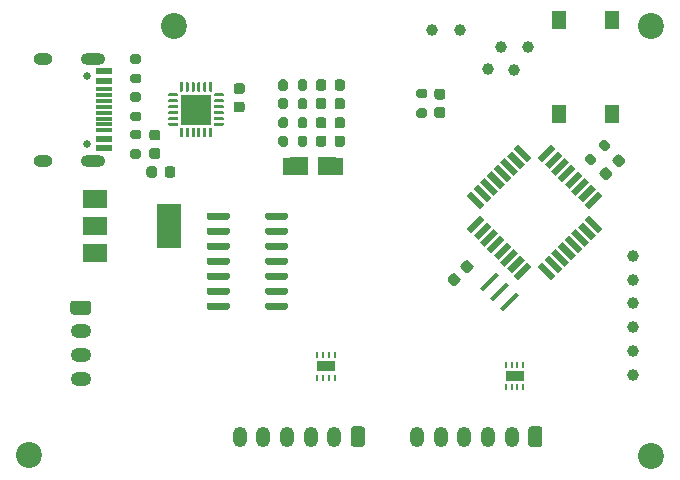
<source format=gbr>
%TF.GenerationSoftware,KiCad,Pcbnew,(5.1.10)-1*%
%TF.CreationDate,2021-10-28T16:28:33-07:00*%
%TF.ProjectId,AtlasPD,41746c61-7350-4442-9e6b-696361645f70,1.0*%
%TF.SameCoordinates,Original*%
%TF.FileFunction,Soldermask,Top*%
%TF.FilePolarity,Negative*%
%FSLAX46Y46*%
G04 Gerber Fmt 4.6, Leading zero omitted, Abs format (unit mm)*
G04 Created by KiCad (PCBNEW (5.1.10)-1) date 2021-10-28 16:28:33*
%MOMM*%
%LPD*%
G01*
G04 APERTURE LIST*
%ADD10C,2.200000*%
%ADD11C,1.000000*%
%ADD12O,1.750000X1.200000*%
%ADD13R,0.250000X0.500000*%
%ADD14R,1.600000X0.900000*%
%ADD15O,1.200000X1.750000*%
%ADD16R,1.300000X1.550000*%
%ADD17C,0.100000*%
%ADD18R,2.000000X1.500000*%
%ADD19R,2.000000X3.800000*%
%ADD20R,2.600000X2.600000*%
%ADD21R,1.500000X1.500000*%
%ADD22R,1.450000X0.600000*%
%ADD23R,1.450000X0.300000*%
%ADD24O,2.100000X1.000000*%
%ADD25C,0.650000*%
%ADD26O,1.600000X1.000000*%
G04 APERTURE END LIST*
D10*
%TO.C,REF\u002A\u002A*%
X216306400Y-29641800D03*
%TD*%
%TO.C,REF\u002A\u002A*%
X204038200Y-65938400D03*
%TD*%
%TO.C,REF\u002A\u002A*%
X256667000Y-65989200D03*
%TD*%
%TO.C,REF\u002A\u002A*%
X256667000Y-29641800D03*
%TD*%
D11*
%TO.C,TP212*%
X255168400Y-49098200D03*
%TD*%
%TO.C,TP211*%
X255193800Y-57150000D03*
%TD*%
%TO.C,TP210*%
X255168400Y-55143400D03*
%TD*%
%TO.C,TP209*%
X255168400Y-51104800D03*
%TD*%
%TO.C,TP208*%
X255168400Y-53111400D03*
%TD*%
%TO.C,TP207*%
X255168400Y-59207400D03*
%TD*%
%TO.C,TP206*%
X246253000Y-31394400D03*
%TD*%
%TO.C,TP205*%
X245110000Y-33324800D03*
%TD*%
%TO.C,TP204*%
X244017800Y-31419800D03*
%TD*%
%TO.C,TP203*%
X242925600Y-33274000D03*
%TD*%
%TO.C,TP202*%
X240538000Y-29946600D03*
%TD*%
%TO.C,TP201*%
X238150400Y-29946600D03*
%TD*%
%TO.C,C205*%
G36*
G01*
X238560800Y-36494600D02*
X239060800Y-36494600D01*
G75*
G02*
X239285800Y-36719600I0J-225000D01*
G01*
X239285800Y-37169600D01*
G75*
G02*
X239060800Y-37394600I-225000J0D01*
G01*
X238560800Y-37394600D01*
G75*
G02*
X238335800Y-37169600I0J225000D01*
G01*
X238335800Y-36719600D01*
G75*
G02*
X238560800Y-36494600I225000J0D01*
G01*
G37*
G36*
G01*
X238560800Y-34944600D02*
X239060800Y-34944600D01*
G75*
G02*
X239285800Y-35169600I0J-225000D01*
G01*
X239285800Y-35619600D01*
G75*
G02*
X239060800Y-35844600I-225000J0D01*
G01*
X238560800Y-35844600D01*
G75*
G02*
X238335800Y-35619600I0J225000D01*
G01*
X238335800Y-35169600D01*
G75*
G02*
X238560800Y-34944600I225000J0D01*
G01*
G37*
%TD*%
D12*
%TO.C,J202*%
X208407000Y-59467000D03*
X208407000Y-57467000D03*
X208407000Y-55467000D03*
G36*
G01*
X207781999Y-52867000D02*
X209032001Y-52867000D01*
G75*
G02*
X209282000Y-53116999I0J-249999D01*
G01*
X209282000Y-53817001D01*
G75*
G02*
X209032001Y-54067000I-249999J0D01*
G01*
X207781999Y-54067000D01*
G75*
G02*
X207532000Y-53817001I0J249999D01*
G01*
X207532000Y-53116999D01*
G75*
G02*
X207781999Y-52867000I249999J0D01*
G01*
G37*
%TD*%
%TO.C,C403*%
G36*
G01*
X214863800Y-41736200D02*
X214863800Y-42236200D01*
G75*
G02*
X214638800Y-42461200I-225000J0D01*
G01*
X214188800Y-42461200D01*
G75*
G02*
X213963800Y-42236200I0J225000D01*
G01*
X213963800Y-41736200D01*
G75*
G02*
X214188800Y-41511200I225000J0D01*
G01*
X214638800Y-41511200D01*
G75*
G02*
X214863800Y-41736200I0J-225000D01*
G01*
G37*
G36*
G01*
X216413800Y-41736200D02*
X216413800Y-42236200D01*
G75*
G02*
X216188800Y-42461200I-225000J0D01*
G01*
X215738800Y-42461200D01*
G75*
G02*
X215513800Y-42236200I0J225000D01*
G01*
X215513800Y-41736200D01*
G75*
G02*
X215738800Y-41511200I225000J0D01*
G01*
X216188800Y-41511200D01*
G75*
G02*
X216413800Y-41736200I0J-225000D01*
G01*
G37*
%TD*%
D13*
%TO.C,U302*%
X245379000Y-58320900D03*
X245879000Y-58320900D03*
X245879000Y-60220900D03*
X244879000Y-60220900D03*
X244379000Y-60220900D03*
D14*
X245129000Y-59270900D03*
D13*
X244379000Y-58320900D03*
X244879000Y-58320900D03*
X245379000Y-60220900D03*
%TD*%
%TO.C,U303*%
X229389800Y-57495400D03*
X229889800Y-57495400D03*
X229889800Y-59395400D03*
X228889800Y-59395400D03*
X228389800Y-59395400D03*
D14*
X229139800Y-58445400D03*
D13*
X228389800Y-57495400D03*
X228889800Y-57495400D03*
X229389800Y-59395400D03*
%TD*%
%TO.C,U301*%
G36*
G01*
X221004000Y-53190000D02*
X221004000Y-53490000D01*
G75*
G02*
X220854000Y-53640000I-150000J0D01*
G01*
X219204000Y-53640000D01*
G75*
G02*
X219054000Y-53490000I0J150000D01*
G01*
X219054000Y-53190000D01*
G75*
G02*
X219204000Y-53040000I150000J0D01*
G01*
X220854000Y-53040000D01*
G75*
G02*
X221004000Y-53190000I0J-150000D01*
G01*
G37*
G36*
G01*
X221004000Y-51920000D02*
X221004000Y-52220000D01*
G75*
G02*
X220854000Y-52370000I-150000J0D01*
G01*
X219204000Y-52370000D01*
G75*
G02*
X219054000Y-52220000I0J150000D01*
G01*
X219054000Y-51920000D01*
G75*
G02*
X219204000Y-51770000I150000J0D01*
G01*
X220854000Y-51770000D01*
G75*
G02*
X221004000Y-51920000I0J-150000D01*
G01*
G37*
G36*
G01*
X221004000Y-50650000D02*
X221004000Y-50950000D01*
G75*
G02*
X220854000Y-51100000I-150000J0D01*
G01*
X219204000Y-51100000D01*
G75*
G02*
X219054000Y-50950000I0J150000D01*
G01*
X219054000Y-50650000D01*
G75*
G02*
X219204000Y-50500000I150000J0D01*
G01*
X220854000Y-50500000D01*
G75*
G02*
X221004000Y-50650000I0J-150000D01*
G01*
G37*
G36*
G01*
X221004000Y-49380000D02*
X221004000Y-49680000D01*
G75*
G02*
X220854000Y-49830000I-150000J0D01*
G01*
X219204000Y-49830000D01*
G75*
G02*
X219054000Y-49680000I0J150000D01*
G01*
X219054000Y-49380000D01*
G75*
G02*
X219204000Y-49230000I150000J0D01*
G01*
X220854000Y-49230000D01*
G75*
G02*
X221004000Y-49380000I0J-150000D01*
G01*
G37*
G36*
G01*
X221004000Y-48110000D02*
X221004000Y-48410000D01*
G75*
G02*
X220854000Y-48560000I-150000J0D01*
G01*
X219204000Y-48560000D01*
G75*
G02*
X219054000Y-48410000I0J150000D01*
G01*
X219054000Y-48110000D01*
G75*
G02*
X219204000Y-47960000I150000J0D01*
G01*
X220854000Y-47960000D01*
G75*
G02*
X221004000Y-48110000I0J-150000D01*
G01*
G37*
G36*
G01*
X221004000Y-46840000D02*
X221004000Y-47140000D01*
G75*
G02*
X220854000Y-47290000I-150000J0D01*
G01*
X219204000Y-47290000D01*
G75*
G02*
X219054000Y-47140000I0J150000D01*
G01*
X219054000Y-46840000D01*
G75*
G02*
X219204000Y-46690000I150000J0D01*
G01*
X220854000Y-46690000D01*
G75*
G02*
X221004000Y-46840000I0J-150000D01*
G01*
G37*
G36*
G01*
X221004000Y-45570000D02*
X221004000Y-45870000D01*
G75*
G02*
X220854000Y-46020000I-150000J0D01*
G01*
X219204000Y-46020000D01*
G75*
G02*
X219054000Y-45870000I0J150000D01*
G01*
X219054000Y-45570000D01*
G75*
G02*
X219204000Y-45420000I150000J0D01*
G01*
X220854000Y-45420000D01*
G75*
G02*
X221004000Y-45570000I0J-150000D01*
G01*
G37*
G36*
G01*
X225954000Y-45570000D02*
X225954000Y-45870000D01*
G75*
G02*
X225804000Y-46020000I-150000J0D01*
G01*
X224154000Y-46020000D01*
G75*
G02*
X224004000Y-45870000I0J150000D01*
G01*
X224004000Y-45570000D01*
G75*
G02*
X224154000Y-45420000I150000J0D01*
G01*
X225804000Y-45420000D01*
G75*
G02*
X225954000Y-45570000I0J-150000D01*
G01*
G37*
G36*
G01*
X225954000Y-46840000D02*
X225954000Y-47140000D01*
G75*
G02*
X225804000Y-47290000I-150000J0D01*
G01*
X224154000Y-47290000D01*
G75*
G02*
X224004000Y-47140000I0J150000D01*
G01*
X224004000Y-46840000D01*
G75*
G02*
X224154000Y-46690000I150000J0D01*
G01*
X225804000Y-46690000D01*
G75*
G02*
X225954000Y-46840000I0J-150000D01*
G01*
G37*
G36*
G01*
X225954000Y-48110000D02*
X225954000Y-48410000D01*
G75*
G02*
X225804000Y-48560000I-150000J0D01*
G01*
X224154000Y-48560000D01*
G75*
G02*
X224004000Y-48410000I0J150000D01*
G01*
X224004000Y-48110000D01*
G75*
G02*
X224154000Y-47960000I150000J0D01*
G01*
X225804000Y-47960000D01*
G75*
G02*
X225954000Y-48110000I0J-150000D01*
G01*
G37*
G36*
G01*
X225954000Y-49380000D02*
X225954000Y-49680000D01*
G75*
G02*
X225804000Y-49830000I-150000J0D01*
G01*
X224154000Y-49830000D01*
G75*
G02*
X224004000Y-49680000I0J150000D01*
G01*
X224004000Y-49380000D01*
G75*
G02*
X224154000Y-49230000I150000J0D01*
G01*
X225804000Y-49230000D01*
G75*
G02*
X225954000Y-49380000I0J-150000D01*
G01*
G37*
G36*
G01*
X225954000Y-50650000D02*
X225954000Y-50950000D01*
G75*
G02*
X225804000Y-51100000I-150000J0D01*
G01*
X224154000Y-51100000D01*
G75*
G02*
X224004000Y-50950000I0J150000D01*
G01*
X224004000Y-50650000D01*
G75*
G02*
X224154000Y-50500000I150000J0D01*
G01*
X225804000Y-50500000D01*
G75*
G02*
X225954000Y-50650000I0J-150000D01*
G01*
G37*
G36*
G01*
X225954000Y-51920000D02*
X225954000Y-52220000D01*
G75*
G02*
X225804000Y-52370000I-150000J0D01*
G01*
X224154000Y-52370000D01*
G75*
G02*
X224004000Y-52220000I0J150000D01*
G01*
X224004000Y-51920000D01*
G75*
G02*
X224154000Y-51770000I150000J0D01*
G01*
X225804000Y-51770000D01*
G75*
G02*
X225954000Y-51920000I0J-150000D01*
G01*
G37*
G36*
G01*
X225954000Y-53190000D02*
X225954000Y-53490000D01*
G75*
G02*
X225804000Y-53640000I-150000J0D01*
G01*
X224154000Y-53640000D01*
G75*
G02*
X224004000Y-53490000I0J150000D01*
G01*
X224004000Y-53190000D01*
G75*
G02*
X224154000Y-53040000I150000J0D01*
G01*
X225804000Y-53040000D01*
G75*
G02*
X225954000Y-53190000I0J-150000D01*
G01*
G37*
%TD*%
D15*
%TO.C,J302*%
X221870000Y-64389000D03*
X223870000Y-64389000D03*
X225870000Y-64389000D03*
X227870000Y-64389000D03*
X229870000Y-64389000D03*
G36*
G01*
X232470000Y-63763999D02*
X232470000Y-65014001D01*
G75*
G02*
X232220001Y-65264000I-249999J0D01*
G01*
X231519999Y-65264000D01*
G75*
G02*
X231270000Y-65014001I0J249999D01*
G01*
X231270000Y-63763999D01*
G75*
G02*
X231519999Y-63514000I249999J0D01*
G01*
X232220001Y-63514000D01*
G75*
G02*
X232470000Y-63763999I0J-249999D01*
G01*
G37*
%TD*%
%TO.C,J301*%
X236887000Y-64389000D03*
X238887000Y-64389000D03*
X240887000Y-64389000D03*
X242887000Y-64389000D03*
X244887000Y-64389000D03*
G36*
G01*
X247487000Y-63763999D02*
X247487000Y-65014001D01*
G75*
G02*
X247237001Y-65264000I-249999J0D01*
G01*
X246536999Y-65264000D01*
G75*
G02*
X246287000Y-65014001I0J249999D01*
G01*
X246287000Y-63763999D01*
G75*
G02*
X246536999Y-63514000I249999J0D01*
G01*
X247237001Y-63514000D01*
G75*
G02*
X247487000Y-63763999I0J-249999D01*
G01*
G37*
%TD*%
%TO.C,D204*%
G36*
G01*
X229889800Y-36451250D02*
X229889800Y-35938750D01*
G75*
G02*
X230108550Y-35720000I218750J0D01*
G01*
X230546050Y-35720000D01*
G75*
G02*
X230764800Y-35938750I0J-218750D01*
G01*
X230764800Y-36451250D01*
G75*
G02*
X230546050Y-36670000I-218750J0D01*
G01*
X230108550Y-36670000D01*
G75*
G02*
X229889800Y-36451250I0J218750D01*
G01*
G37*
G36*
G01*
X228314800Y-36451250D02*
X228314800Y-35938750D01*
G75*
G02*
X228533550Y-35720000I218750J0D01*
G01*
X228971050Y-35720000D01*
G75*
G02*
X229189800Y-35938750I0J-218750D01*
G01*
X229189800Y-36451250D01*
G75*
G02*
X228971050Y-36670000I-218750J0D01*
G01*
X228533550Y-36670000D01*
G75*
G02*
X228314800Y-36451250I0J218750D01*
G01*
G37*
%TD*%
%TO.C,D201*%
G36*
G01*
X229889800Y-34876450D02*
X229889800Y-34363950D01*
G75*
G02*
X230108550Y-34145200I218750J0D01*
G01*
X230546050Y-34145200D01*
G75*
G02*
X230764800Y-34363950I0J-218750D01*
G01*
X230764800Y-34876450D01*
G75*
G02*
X230546050Y-35095200I-218750J0D01*
G01*
X230108550Y-35095200D01*
G75*
G02*
X229889800Y-34876450I0J218750D01*
G01*
G37*
G36*
G01*
X228314800Y-34876450D02*
X228314800Y-34363950D01*
G75*
G02*
X228533550Y-34145200I218750J0D01*
G01*
X228971050Y-34145200D01*
G75*
G02*
X229189800Y-34363950I0J-218750D01*
G01*
X229189800Y-34876450D01*
G75*
G02*
X228971050Y-35095200I-218750J0D01*
G01*
X228533550Y-35095200D01*
G75*
G02*
X228314800Y-34876450I0J218750D01*
G01*
G37*
%TD*%
%TO.C,D203*%
G36*
G01*
X229889800Y-38076850D02*
X229889800Y-37564350D01*
G75*
G02*
X230108550Y-37345600I218750J0D01*
G01*
X230546050Y-37345600D01*
G75*
G02*
X230764800Y-37564350I0J-218750D01*
G01*
X230764800Y-38076850D01*
G75*
G02*
X230546050Y-38295600I-218750J0D01*
G01*
X230108550Y-38295600D01*
G75*
G02*
X229889800Y-38076850I0J218750D01*
G01*
G37*
G36*
G01*
X228314800Y-38076850D02*
X228314800Y-37564350D01*
G75*
G02*
X228533550Y-37345600I218750J0D01*
G01*
X228971050Y-37345600D01*
G75*
G02*
X229189800Y-37564350I0J-218750D01*
G01*
X229189800Y-38076850D01*
G75*
G02*
X228971050Y-38295600I-218750J0D01*
G01*
X228533550Y-38295600D01*
G75*
G02*
X228314800Y-38076850I0J218750D01*
G01*
G37*
%TD*%
%TO.C,D202*%
G36*
G01*
X229889800Y-39626250D02*
X229889800Y-39113750D01*
G75*
G02*
X230108550Y-38895000I218750J0D01*
G01*
X230546050Y-38895000D01*
G75*
G02*
X230764800Y-39113750I0J-218750D01*
G01*
X230764800Y-39626250D01*
G75*
G02*
X230546050Y-39845000I-218750J0D01*
G01*
X230108550Y-39845000D01*
G75*
G02*
X229889800Y-39626250I0J218750D01*
G01*
G37*
G36*
G01*
X228314800Y-39626250D02*
X228314800Y-39113750D01*
G75*
G02*
X228533550Y-38895000I218750J0D01*
G01*
X228971050Y-38895000D01*
G75*
G02*
X229189800Y-39113750I0J-218750D01*
G01*
X229189800Y-39626250D01*
G75*
G02*
X228971050Y-39845000I-218750J0D01*
G01*
X228533550Y-39845000D01*
G75*
G02*
X228314800Y-39626250I0J218750D01*
G01*
G37*
%TD*%
%TO.C,R201*%
G36*
G01*
X213330200Y-36024000D02*
X212780200Y-36024000D01*
G75*
G02*
X212580200Y-35824000I0J200000D01*
G01*
X212580200Y-35424000D01*
G75*
G02*
X212780200Y-35224000I200000J0D01*
G01*
X213330200Y-35224000D01*
G75*
G02*
X213530200Y-35424000I0J-200000D01*
G01*
X213530200Y-35824000D01*
G75*
G02*
X213330200Y-36024000I-200000J0D01*
G01*
G37*
G36*
G01*
X213330200Y-37674000D02*
X212780200Y-37674000D01*
G75*
G02*
X212580200Y-37474000I0J200000D01*
G01*
X212580200Y-37074000D01*
G75*
G02*
X212780200Y-36874000I200000J0D01*
G01*
X213330200Y-36874000D01*
G75*
G02*
X213530200Y-37074000I0J-200000D01*
G01*
X213530200Y-37474000D01*
G75*
G02*
X213330200Y-37674000I-200000J0D01*
G01*
G37*
%TD*%
D16*
%TO.C,SW201*%
X248879800Y-37071200D03*
X253379800Y-37071200D03*
X253379800Y-29121200D03*
X248879800Y-29121200D03*
%TD*%
D17*
%TO.C,Y201*%
G36*
X243814973Y-50726870D02*
G01*
X242471470Y-52070373D01*
X242188627Y-51787530D01*
X243532130Y-50444027D01*
X243814973Y-50726870D01*
G37*
G36*
X244663502Y-51575398D02*
G01*
X243319999Y-52918901D01*
X243037156Y-52636058D01*
X244380659Y-51292555D01*
X244663502Y-51575398D01*
G37*
G36*
X245512030Y-52423927D02*
G01*
X244168527Y-53767430D01*
X243885684Y-53484587D01*
X245229187Y-52141084D01*
X245512030Y-52423927D01*
G37*
%TD*%
D18*
%TO.C,U401*%
X209600400Y-44258200D03*
X209600400Y-48858200D03*
X209600400Y-46558200D03*
D19*
X215900400Y-46558200D03*
%TD*%
D20*
%TO.C,U201*%
X218160600Y-36703000D03*
G36*
G01*
X216785600Y-35115500D02*
X216785600Y-34415500D01*
G75*
G02*
X216848100Y-34353000I62500J0D01*
G01*
X216973100Y-34353000D01*
G75*
G02*
X217035600Y-34415500I0J-62500D01*
G01*
X217035600Y-35115500D01*
G75*
G02*
X216973100Y-35178000I-62500J0D01*
G01*
X216848100Y-35178000D01*
G75*
G02*
X216785600Y-35115500I0J62500D01*
G01*
G37*
G36*
G01*
X217285600Y-35115500D02*
X217285600Y-34415500D01*
G75*
G02*
X217348100Y-34353000I62500J0D01*
G01*
X217473100Y-34353000D01*
G75*
G02*
X217535600Y-34415500I0J-62500D01*
G01*
X217535600Y-35115500D01*
G75*
G02*
X217473100Y-35178000I-62500J0D01*
G01*
X217348100Y-35178000D01*
G75*
G02*
X217285600Y-35115500I0J62500D01*
G01*
G37*
G36*
G01*
X217785600Y-35115500D02*
X217785600Y-34415500D01*
G75*
G02*
X217848100Y-34353000I62500J0D01*
G01*
X217973100Y-34353000D01*
G75*
G02*
X218035600Y-34415500I0J-62500D01*
G01*
X218035600Y-35115500D01*
G75*
G02*
X217973100Y-35178000I-62500J0D01*
G01*
X217848100Y-35178000D01*
G75*
G02*
X217785600Y-35115500I0J62500D01*
G01*
G37*
G36*
G01*
X218285600Y-35115500D02*
X218285600Y-34415500D01*
G75*
G02*
X218348100Y-34353000I62500J0D01*
G01*
X218473100Y-34353000D01*
G75*
G02*
X218535600Y-34415500I0J-62500D01*
G01*
X218535600Y-35115500D01*
G75*
G02*
X218473100Y-35178000I-62500J0D01*
G01*
X218348100Y-35178000D01*
G75*
G02*
X218285600Y-35115500I0J62500D01*
G01*
G37*
G36*
G01*
X218785600Y-35115500D02*
X218785600Y-34415500D01*
G75*
G02*
X218848100Y-34353000I62500J0D01*
G01*
X218973100Y-34353000D01*
G75*
G02*
X219035600Y-34415500I0J-62500D01*
G01*
X219035600Y-35115500D01*
G75*
G02*
X218973100Y-35178000I-62500J0D01*
G01*
X218848100Y-35178000D01*
G75*
G02*
X218785600Y-35115500I0J62500D01*
G01*
G37*
G36*
G01*
X219285600Y-35115500D02*
X219285600Y-34415500D01*
G75*
G02*
X219348100Y-34353000I62500J0D01*
G01*
X219473100Y-34353000D01*
G75*
G02*
X219535600Y-34415500I0J-62500D01*
G01*
X219535600Y-35115500D01*
G75*
G02*
X219473100Y-35178000I-62500J0D01*
G01*
X219348100Y-35178000D01*
G75*
G02*
X219285600Y-35115500I0J62500D01*
G01*
G37*
G36*
G01*
X219685600Y-35515500D02*
X219685600Y-35390500D01*
G75*
G02*
X219748100Y-35328000I62500J0D01*
G01*
X220448100Y-35328000D01*
G75*
G02*
X220510600Y-35390500I0J-62500D01*
G01*
X220510600Y-35515500D01*
G75*
G02*
X220448100Y-35578000I-62500J0D01*
G01*
X219748100Y-35578000D01*
G75*
G02*
X219685600Y-35515500I0J62500D01*
G01*
G37*
G36*
G01*
X219685600Y-36015500D02*
X219685600Y-35890500D01*
G75*
G02*
X219748100Y-35828000I62500J0D01*
G01*
X220448100Y-35828000D01*
G75*
G02*
X220510600Y-35890500I0J-62500D01*
G01*
X220510600Y-36015500D01*
G75*
G02*
X220448100Y-36078000I-62500J0D01*
G01*
X219748100Y-36078000D01*
G75*
G02*
X219685600Y-36015500I0J62500D01*
G01*
G37*
G36*
G01*
X219685600Y-36515500D02*
X219685600Y-36390500D01*
G75*
G02*
X219748100Y-36328000I62500J0D01*
G01*
X220448100Y-36328000D01*
G75*
G02*
X220510600Y-36390500I0J-62500D01*
G01*
X220510600Y-36515500D01*
G75*
G02*
X220448100Y-36578000I-62500J0D01*
G01*
X219748100Y-36578000D01*
G75*
G02*
X219685600Y-36515500I0J62500D01*
G01*
G37*
G36*
G01*
X219685600Y-37015500D02*
X219685600Y-36890500D01*
G75*
G02*
X219748100Y-36828000I62500J0D01*
G01*
X220448100Y-36828000D01*
G75*
G02*
X220510600Y-36890500I0J-62500D01*
G01*
X220510600Y-37015500D01*
G75*
G02*
X220448100Y-37078000I-62500J0D01*
G01*
X219748100Y-37078000D01*
G75*
G02*
X219685600Y-37015500I0J62500D01*
G01*
G37*
G36*
G01*
X219685600Y-37515500D02*
X219685600Y-37390500D01*
G75*
G02*
X219748100Y-37328000I62500J0D01*
G01*
X220448100Y-37328000D01*
G75*
G02*
X220510600Y-37390500I0J-62500D01*
G01*
X220510600Y-37515500D01*
G75*
G02*
X220448100Y-37578000I-62500J0D01*
G01*
X219748100Y-37578000D01*
G75*
G02*
X219685600Y-37515500I0J62500D01*
G01*
G37*
G36*
G01*
X219685600Y-38015500D02*
X219685600Y-37890500D01*
G75*
G02*
X219748100Y-37828000I62500J0D01*
G01*
X220448100Y-37828000D01*
G75*
G02*
X220510600Y-37890500I0J-62500D01*
G01*
X220510600Y-38015500D01*
G75*
G02*
X220448100Y-38078000I-62500J0D01*
G01*
X219748100Y-38078000D01*
G75*
G02*
X219685600Y-38015500I0J62500D01*
G01*
G37*
G36*
G01*
X219285600Y-38990500D02*
X219285600Y-38290500D01*
G75*
G02*
X219348100Y-38228000I62500J0D01*
G01*
X219473100Y-38228000D01*
G75*
G02*
X219535600Y-38290500I0J-62500D01*
G01*
X219535600Y-38990500D01*
G75*
G02*
X219473100Y-39053000I-62500J0D01*
G01*
X219348100Y-39053000D01*
G75*
G02*
X219285600Y-38990500I0J62500D01*
G01*
G37*
G36*
G01*
X218785600Y-38990500D02*
X218785600Y-38290500D01*
G75*
G02*
X218848100Y-38228000I62500J0D01*
G01*
X218973100Y-38228000D01*
G75*
G02*
X219035600Y-38290500I0J-62500D01*
G01*
X219035600Y-38990500D01*
G75*
G02*
X218973100Y-39053000I-62500J0D01*
G01*
X218848100Y-39053000D01*
G75*
G02*
X218785600Y-38990500I0J62500D01*
G01*
G37*
G36*
G01*
X218285600Y-38990500D02*
X218285600Y-38290500D01*
G75*
G02*
X218348100Y-38228000I62500J0D01*
G01*
X218473100Y-38228000D01*
G75*
G02*
X218535600Y-38290500I0J-62500D01*
G01*
X218535600Y-38990500D01*
G75*
G02*
X218473100Y-39053000I-62500J0D01*
G01*
X218348100Y-39053000D01*
G75*
G02*
X218285600Y-38990500I0J62500D01*
G01*
G37*
G36*
G01*
X217785600Y-38990500D02*
X217785600Y-38290500D01*
G75*
G02*
X217848100Y-38228000I62500J0D01*
G01*
X217973100Y-38228000D01*
G75*
G02*
X218035600Y-38290500I0J-62500D01*
G01*
X218035600Y-38990500D01*
G75*
G02*
X217973100Y-39053000I-62500J0D01*
G01*
X217848100Y-39053000D01*
G75*
G02*
X217785600Y-38990500I0J62500D01*
G01*
G37*
G36*
G01*
X217285600Y-38990500D02*
X217285600Y-38290500D01*
G75*
G02*
X217348100Y-38228000I62500J0D01*
G01*
X217473100Y-38228000D01*
G75*
G02*
X217535600Y-38290500I0J-62500D01*
G01*
X217535600Y-38990500D01*
G75*
G02*
X217473100Y-39053000I-62500J0D01*
G01*
X217348100Y-39053000D01*
G75*
G02*
X217285600Y-38990500I0J62500D01*
G01*
G37*
G36*
G01*
X216785600Y-38990500D02*
X216785600Y-38290500D01*
G75*
G02*
X216848100Y-38228000I62500J0D01*
G01*
X216973100Y-38228000D01*
G75*
G02*
X217035600Y-38290500I0J-62500D01*
G01*
X217035600Y-38990500D01*
G75*
G02*
X216973100Y-39053000I-62500J0D01*
G01*
X216848100Y-39053000D01*
G75*
G02*
X216785600Y-38990500I0J62500D01*
G01*
G37*
G36*
G01*
X215810600Y-38015500D02*
X215810600Y-37890500D01*
G75*
G02*
X215873100Y-37828000I62500J0D01*
G01*
X216573100Y-37828000D01*
G75*
G02*
X216635600Y-37890500I0J-62500D01*
G01*
X216635600Y-38015500D01*
G75*
G02*
X216573100Y-38078000I-62500J0D01*
G01*
X215873100Y-38078000D01*
G75*
G02*
X215810600Y-38015500I0J62500D01*
G01*
G37*
G36*
G01*
X215810600Y-37515500D02*
X215810600Y-37390500D01*
G75*
G02*
X215873100Y-37328000I62500J0D01*
G01*
X216573100Y-37328000D01*
G75*
G02*
X216635600Y-37390500I0J-62500D01*
G01*
X216635600Y-37515500D01*
G75*
G02*
X216573100Y-37578000I-62500J0D01*
G01*
X215873100Y-37578000D01*
G75*
G02*
X215810600Y-37515500I0J62500D01*
G01*
G37*
G36*
G01*
X215810600Y-37015500D02*
X215810600Y-36890500D01*
G75*
G02*
X215873100Y-36828000I62500J0D01*
G01*
X216573100Y-36828000D01*
G75*
G02*
X216635600Y-36890500I0J-62500D01*
G01*
X216635600Y-37015500D01*
G75*
G02*
X216573100Y-37078000I-62500J0D01*
G01*
X215873100Y-37078000D01*
G75*
G02*
X215810600Y-37015500I0J62500D01*
G01*
G37*
G36*
G01*
X215810600Y-36515500D02*
X215810600Y-36390500D01*
G75*
G02*
X215873100Y-36328000I62500J0D01*
G01*
X216573100Y-36328000D01*
G75*
G02*
X216635600Y-36390500I0J-62500D01*
G01*
X216635600Y-36515500D01*
G75*
G02*
X216573100Y-36578000I-62500J0D01*
G01*
X215873100Y-36578000D01*
G75*
G02*
X215810600Y-36515500I0J62500D01*
G01*
G37*
G36*
G01*
X215810600Y-36015500D02*
X215810600Y-35890500D01*
G75*
G02*
X215873100Y-35828000I62500J0D01*
G01*
X216573100Y-35828000D01*
G75*
G02*
X216635600Y-35890500I0J-62500D01*
G01*
X216635600Y-36015500D01*
G75*
G02*
X216573100Y-36078000I-62500J0D01*
G01*
X215873100Y-36078000D01*
G75*
G02*
X215810600Y-36015500I0J62500D01*
G01*
G37*
G36*
G01*
X215810600Y-35515500D02*
X215810600Y-35390500D01*
G75*
G02*
X215873100Y-35328000I62500J0D01*
G01*
X216573100Y-35328000D01*
G75*
G02*
X216635600Y-35390500I0J-62500D01*
G01*
X216635600Y-35515500D01*
G75*
G02*
X216573100Y-35578000I-62500J0D01*
G01*
X215873100Y-35578000D01*
G75*
G02*
X215810600Y-35515500I0J62500D01*
G01*
G37*
%TD*%
D17*
%TO.C,U202*%
G36*
X242612237Y-44735726D02*
G01*
X242223328Y-45124635D01*
X241091957Y-43993264D01*
X241480866Y-43604355D01*
X242612237Y-44735726D01*
G37*
G36*
X243177923Y-44170041D02*
G01*
X242789014Y-44558950D01*
X241657643Y-43427579D01*
X242046552Y-43038670D01*
X243177923Y-44170041D01*
G37*
G36*
X243743608Y-43604355D02*
G01*
X243354699Y-43993264D01*
X242223328Y-42861893D01*
X242612237Y-42472984D01*
X243743608Y-43604355D01*
G37*
G36*
X244309293Y-43038670D02*
G01*
X243920384Y-43427579D01*
X242789013Y-42296208D01*
X243177922Y-41907299D01*
X244309293Y-43038670D01*
G37*
G36*
X244874979Y-42472984D02*
G01*
X244486070Y-42861893D01*
X243354699Y-41730522D01*
X243743608Y-41341613D01*
X244874979Y-42472984D01*
G37*
G36*
X245440664Y-41907299D02*
G01*
X245051755Y-42296208D01*
X243920384Y-41164837D01*
X244309293Y-40775928D01*
X245440664Y-41907299D01*
G37*
G36*
X246006350Y-41341614D02*
G01*
X245617441Y-41730523D01*
X244486070Y-40599152D01*
X244874979Y-40210243D01*
X246006350Y-41341614D01*
G37*
G36*
X246572035Y-40775928D02*
G01*
X246183126Y-41164837D01*
X245051755Y-40033466D01*
X245440664Y-39644557D01*
X246572035Y-40775928D01*
G37*
G36*
X247491274Y-41164837D02*
G01*
X247102365Y-40775928D01*
X248233736Y-39644557D01*
X248622645Y-40033466D01*
X247491274Y-41164837D01*
G37*
G36*
X248056959Y-41730523D02*
G01*
X247668050Y-41341614D01*
X248799421Y-40210243D01*
X249188330Y-40599152D01*
X248056959Y-41730523D01*
G37*
G36*
X248622645Y-42296208D02*
G01*
X248233736Y-41907299D01*
X249365107Y-40775928D01*
X249754016Y-41164837D01*
X248622645Y-42296208D01*
G37*
G36*
X249188330Y-42861893D02*
G01*
X248799421Y-42472984D01*
X249930792Y-41341613D01*
X250319701Y-41730522D01*
X249188330Y-42861893D01*
G37*
G36*
X249754016Y-43427579D02*
G01*
X249365107Y-43038670D01*
X250496478Y-41907299D01*
X250885387Y-42296208D01*
X249754016Y-43427579D01*
G37*
G36*
X250319701Y-43993264D02*
G01*
X249930792Y-43604355D01*
X251062163Y-42472984D01*
X251451072Y-42861893D01*
X250319701Y-43993264D01*
G37*
G36*
X250885386Y-44558950D02*
G01*
X250496477Y-44170041D01*
X251627848Y-43038670D01*
X252016757Y-43427579D01*
X250885386Y-44558950D01*
G37*
G36*
X251451072Y-45124635D02*
G01*
X251062163Y-44735726D01*
X252193534Y-43604355D01*
X252582443Y-43993264D01*
X251451072Y-45124635D01*
G37*
G36*
X252582443Y-46786336D02*
G01*
X252193534Y-47175245D01*
X251062163Y-46043874D01*
X251451072Y-45654965D01*
X252582443Y-46786336D01*
G37*
G36*
X252016757Y-47352021D02*
G01*
X251627848Y-47740930D01*
X250496477Y-46609559D01*
X250885386Y-46220650D01*
X252016757Y-47352021D01*
G37*
G36*
X251451072Y-47917707D02*
G01*
X251062163Y-48306616D01*
X249930792Y-47175245D01*
X250319701Y-46786336D01*
X251451072Y-47917707D01*
G37*
G36*
X250885387Y-48483392D02*
G01*
X250496478Y-48872301D01*
X249365107Y-47740930D01*
X249754016Y-47352021D01*
X250885387Y-48483392D01*
G37*
G36*
X250319701Y-49049078D02*
G01*
X249930792Y-49437987D01*
X248799421Y-48306616D01*
X249188330Y-47917707D01*
X250319701Y-49049078D01*
G37*
G36*
X249754016Y-49614763D02*
G01*
X249365107Y-50003672D01*
X248233736Y-48872301D01*
X248622645Y-48483392D01*
X249754016Y-49614763D01*
G37*
G36*
X249188330Y-50180448D02*
G01*
X248799421Y-50569357D01*
X247668050Y-49437986D01*
X248056959Y-49049077D01*
X249188330Y-50180448D01*
G37*
G36*
X248622645Y-50746134D02*
G01*
X248233736Y-51135043D01*
X247102365Y-50003672D01*
X247491274Y-49614763D01*
X248622645Y-50746134D01*
G37*
G36*
X245440664Y-51135043D02*
G01*
X245051755Y-50746134D01*
X246183126Y-49614763D01*
X246572035Y-50003672D01*
X245440664Y-51135043D01*
G37*
G36*
X244874979Y-50569357D02*
G01*
X244486070Y-50180448D01*
X245617441Y-49049077D01*
X246006350Y-49437986D01*
X244874979Y-50569357D01*
G37*
G36*
X244309293Y-50003672D02*
G01*
X243920384Y-49614763D01*
X245051755Y-48483392D01*
X245440664Y-48872301D01*
X244309293Y-50003672D01*
G37*
G36*
X243743608Y-49437987D02*
G01*
X243354699Y-49049078D01*
X244486070Y-47917707D01*
X244874979Y-48306616D01*
X243743608Y-49437987D01*
G37*
G36*
X243177922Y-48872301D02*
G01*
X242789013Y-48483392D01*
X243920384Y-47352021D01*
X244309293Y-47740930D01*
X243177922Y-48872301D01*
G37*
G36*
X242612237Y-48306616D02*
G01*
X242223328Y-47917707D01*
X243354699Y-46786336D01*
X243743608Y-47175245D01*
X242612237Y-48306616D01*
G37*
G36*
X242046552Y-47740930D02*
G01*
X241657643Y-47352021D01*
X242789014Y-46220650D01*
X243177923Y-46609559D01*
X242046552Y-47740930D01*
G37*
G36*
X241480866Y-47175245D02*
G01*
X241091957Y-46786336D01*
X242223328Y-45654965D01*
X242612237Y-46043874D01*
X241480866Y-47175245D01*
G37*
%TD*%
%TO.C,R209*%
G36*
G01*
X251676225Y-40415866D02*
X252065134Y-40804775D01*
G75*
G02*
X252065134Y-41087617I-141421J-141421D01*
G01*
X251782291Y-41370460D01*
G75*
G02*
X251499449Y-41370460I-141421J141421D01*
G01*
X251110540Y-40981551D01*
G75*
G02*
X251110540Y-40698709I141421J141421D01*
G01*
X251393383Y-40415866D01*
G75*
G02*
X251676225Y-40415866I141421J-141421D01*
G01*
G37*
G36*
G01*
X252842951Y-39249140D02*
X253231860Y-39638049D01*
G75*
G02*
X253231860Y-39920891I-141421J-141421D01*
G01*
X252949017Y-40203734D01*
G75*
G02*
X252666175Y-40203734I-141421J141421D01*
G01*
X252277266Y-39814825D01*
G75*
G02*
X252277266Y-39531983I141421J141421D01*
G01*
X252560109Y-39249140D01*
G75*
G02*
X252842951Y-39249140I141421J-141421D01*
G01*
G37*
%TD*%
%TO.C,R208*%
G36*
G01*
X237011800Y-36594600D02*
X237561800Y-36594600D01*
G75*
G02*
X237761800Y-36794600I0J-200000D01*
G01*
X237761800Y-37194600D01*
G75*
G02*
X237561800Y-37394600I-200000J0D01*
G01*
X237011800Y-37394600D01*
G75*
G02*
X236811800Y-37194600I0J200000D01*
G01*
X236811800Y-36794600D01*
G75*
G02*
X237011800Y-36594600I200000J0D01*
G01*
G37*
G36*
G01*
X237011800Y-34944600D02*
X237561800Y-34944600D01*
G75*
G02*
X237761800Y-35144600I0J-200000D01*
G01*
X237761800Y-35544600D01*
G75*
G02*
X237561800Y-35744600I-200000J0D01*
G01*
X237011800Y-35744600D01*
G75*
G02*
X236811800Y-35544600I0J200000D01*
G01*
X236811800Y-35144600D01*
G75*
G02*
X237011800Y-34944600I200000J0D01*
G01*
G37*
%TD*%
%TO.C,R207*%
G36*
G01*
X225927600Y-35920000D02*
X225927600Y-36470000D01*
G75*
G02*
X225727600Y-36670000I-200000J0D01*
G01*
X225327600Y-36670000D01*
G75*
G02*
X225127600Y-36470000I0J200000D01*
G01*
X225127600Y-35920000D01*
G75*
G02*
X225327600Y-35720000I200000J0D01*
G01*
X225727600Y-35720000D01*
G75*
G02*
X225927600Y-35920000I0J-200000D01*
G01*
G37*
G36*
G01*
X227577600Y-35920000D02*
X227577600Y-36470000D01*
G75*
G02*
X227377600Y-36670000I-200000J0D01*
G01*
X226977600Y-36670000D01*
G75*
G02*
X226777600Y-36470000I0J200000D01*
G01*
X226777600Y-35920000D01*
G75*
G02*
X226977600Y-35720000I200000J0D01*
G01*
X227377600Y-35720000D01*
G75*
G02*
X227577600Y-35920000I0J-200000D01*
G01*
G37*
%TD*%
%TO.C,R204*%
G36*
G01*
X225926600Y-34345200D02*
X225926600Y-34895200D01*
G75*
G02*
X225726600Y-35095200I-200000J0D01*
G01*
X225326600Y-35095200D01*
G75*
G02*
X225126600Y-34895200I0J200000D01*
G01*
X225126600Y-34345200D01*
G75*
G02*
X225326600Y-34145200I200000J0D01*
G01*
X225726600Y-34145200D01*
G75*
G02*
X225926600Y-34345200I0J-200000D01*
G01*
G37*
G36*
G01*
X227576600Y-34345200D02*
X227576600Y-34895200D01*
G75*
G02*
X227376600Y-35095200I-200000J0D01*
G01*
X226976600Y-35095200D01*
G75*
G02*
X226776600Y-34895200I0J200000D01*
G01*
X226776600Y-34345200D01*
G75*
G02*
X226976600Y-34145200I200000J0D01*
G01*
X227376600Y-34145200D01*
G75*
G02*
X227576600Y-34345200I0J-200000D01*
G01*
G37*
%TD*%
%TO.C,R206*%
G36*
G01*
X226789800Y-38095600D02*
X226789800Y-37545600D01*
G75*
G02*
X226989800Y-37345600I200000J0D01*
G01*
X227389800Y-37345600D01*
G75*
G02*
X227589800Y-37545600I0J-200000D01*
G01*
X227589800Y-38095600D01*
G75*
G02*
X227389800Y-38295600I-200000J0D01*
G01*
X226989800Y-38295600D01*
G75*
G02*
X226789800Y-38095600I0J200000D01*
G01*
G37*
G36*
G01*
X225139800Y-38095600D02*
X225139800Y-37545600D01*
G75*
G02*
X225339800Y-37345600I200000J0D01*
G01*
X225739800Y-37345600D01*
G75*
G02*
X225939800Y-37545600I0J-200000D01*
G01*
X225939800Y-38095600D01*
G75*
G02*
X225739800Y-38295600I-200000J0D01*
G01*
X225339800Y-38295600D01*
G75*
G02*
X225139800Y-38095600I0J200000D01*
G01*
G37*
%TD*%
%TO.C,R205*%
G36*
G01*
X226789800Y-39645000D02*
X226789800Y-39095000D01*
G75*
G02*
X226989800Y-38895000I200000J0D01*
G01*
X227389800Y-38895000D01*
G75*
G02*
X227589800Y-39095000I0J-200000D01*
G01*
X227589800Y-39645000D01*
G75*
G02*
X227389800Y-39845000I-200000J0D01*
G01*
X226989800Y-39845000D01*
G75*
G02*
X226789800Y-39645000I0J200000D01*
G01*
G37*
G36*
G01*
X225139800Y-39645000D02*
X225139800Y-39095000D01*
G75*
G02*
X225339800Y-38895000I200000J0D01*
G01*
X225739800Y-38895000D01*
G75*
G02*
X225939800Y-39095000I0J-200000D01*
G01*
X225939800Y-39645000D01*
G75*
G02*
X225739800Y-39845000I-200000J0D01*
G01*
X225339800Y-39845000D01*
G75*
G02*
X225139800Y-39645000I0J200000D01*
G01*
G37*
%TD*%
%TO.C,R203*%
G36*
G01*
X213330200Y-39211200D02*
X212780200Y-39211200D01*
G75*
G02*
X212580200Y-39011200I0J200000D01*
G01*
X212580200Y-38611200D01*
G75*
G02*
X212780200Y-38411200I200000J0D01*
G01*
X213330200Y-38411200D01*
G75*
G02*
X213530200Y-38611200I0J-200000D01*
G01*
X213530200Y-39011200D01*
G75*
G02*
X213330200Y-39211200I-200000J0D01*
G01*
G37*
G36*
G01*
X213330200Y-40861200D02*
X212780200Y-40861200D01*
G75*
G02*
X212580200Y-40661200I0J200000D01*
G01*
X212580200Y-40261200D01*
G75*
G02*
X212780200Y-40061200I200000J0D01*
G01*
X213330200Y-40061200D01*
G75*
G02*
X213530200Y-40261200I0J-200000D01*
G01*
X213530200Y-40661200D01*
G75*
G02*
X213330200Y-40861200I-200000J0D01*
G01*
G37*
%TD*%
%TO.C,R202*%
G36*
G01*
X212780200Y-33673600D02*
X213330200Y-33673600D01*
G75*
G02*
X213530200Y-33873600I0J-200000D01*
G01*
X213530200Y-34273600D01*
G75*
G02*
X213330200Y-34473600I-200000J0D01*
G01*
X212780200Y-34473600D01*
G75*
G02*
X212580200Y-34273600I0J200000D01*
G01*
X212580200Y-33873600D01*
G75*
G02*
X212780200Y-33673600I200000J0D01*
G01*
G37*
G36*
G01*
X212780200Y-32023600D02*
X213330200Y-32023600D01*
G75*
G02*
X213530200Y-32223600I0J-200000D01*
G01*
X213530200Y-32623600D01*
G75*
G02*
X213330200Y-32823600I-200000J0D01*
G01*
X212780200Y-32823600D01*
G75*
G02*
X212580200Y-32623600I0J200000D01*
G01*
X212580200Y-32223600D01*
G75*
G02*
X212780200Y-32023600I200000J0D01*
G01*
G37*
%TD*%
%TO.C,JP201*%
G36*
X229066600Y-41503600D02*
G01*
X229566600Y-40753600D01*
X230566600Y-40753600D01*
X230566600Y-42253600D01*
X229566600Y-42253600D01*
X229066600Y-41503600D01*
G37*
G36*
X227066600Y-41503600D02*
G01*
X226566600Y-42253600D01*
X225566600Y-42253600D01*
X225566600Y-40753600D01*
X226566600Y-40753600D01*
X227066600Y-41503600D01*
G37*
D21*
X226866600Y-41503600D03*
X229266600Y-41503600D03*
%TD*%
D22*
%TO.C,J201*%
X210343800Y-39953000D03*
X210343800Y-39153000D03*
X210343800Y-34253000D03*
X210343800Y-33453000D03*
X210343800Y-33453000D03*
X210343800Y-34253000D03*
X210343800Y-39153000D03*
X210343800Y-39953000D03*
D23*
X210343800Y-34953000D03*
X210343800Y-35453000D03*
X210343800Y-35953000D03*
X210343800Y-36953000D03*
X210343800Y-37453000D03*
X210343800Y-37953000D03*
X210343800Y-38453000D03*
X210343800Y-36453000D03*
D24*
X209428800Y-41023000D03*
X209428800Y-32383000D03*
D25*
X208898800Y-33813000D03*
D26*
X205248800Y-32383000D03*
D25*
X208898800Y-39593000D03*
D26*
X205248800Y-41023000D03*
%TD*%
%TO.C,C204*%
G36*
G01*
X253009213Y-41632833D02*
X253362767Y-41986387D01*
G75*
G02*
X253362767Y-42304585I-159099J-159099D01*
G01*
X253044569Y-42622783D01*
G75*
G02*
X252726371Y-42622783I-159099J159099D01*
G01*
X252372817Y-42269229D01*
G75*
G02*
X252372817Y-41951031I159099J159099D01*
G01*
X252691015Y-41632833D01*
G75*
G02*
X253009213Y-41632833I159099J-159099D01*
G01*
G37*
G36*
G01*
X254105229Y-40536817D02*
X254458783Y-40890371D01*
G75*
G02*
X254458783Y-41208569I-159099J-159099D01*
G01*
X254140585Y-41526767D01*
G75*
G02*
X253822387Y-41526767I-159099J159099D01*
G01*
X253468833Y-41173213D01*
G75*
G02*
X253468833Y-40855015I159099J159099D01*
G01*
X253787031Y-40536817D01*
G75*
G02*
X254105229Y-40536817I159099J-159099D01*
G01*
G37*
%TD*%
%TO.C,C203*%
G36*
G01*
X240969987Y-50492967D02*
X240616433Y-50139413D01*
G75*
G02*
X240616433Y-49821215I159099J159099D01*
G01*
X240934631Y-49503017D01*
G75*
G02*
X241252829Y-49503017I159099J-159099D01*
G01*
X241606383Y-49856571D01*
G75*
G02*
X241606383Y-50174769I-159099J-159099D01*
G01*
X241288185Y-50492967D01*
G75*
G02*
X240969987Y-50492967I-159099J159099D01*
G01*
G37*
G36*
G01*
X239873971Y-51588983D02*
X239520417Y-51235429D01*
G75*
G02*
X239520417Y-50917231I159099J159099D01*
G01*
X239838615Y-50599033D01*
G75*
G02*
X240156813Y-50599033I159099J-159099D01*
G01*
X240510367Y-50952587D01*
G75*
G02*
X240510367Y-51270785I-159099J-159099D01*
G01*
X240192169Y-51588983D01*
G75*
G02*
X239873971Y-51588983I-159099J159099D01*
G01*
G37*
%TD*%
%TO.C,C201*%
G36*
G01*
X214930800Y-39312000D02*
X214430800Y-39312000D01*
G75*
G02*
X214205800Y-39087000I0J225000D01*
G01*
X214205800Y-38637000D01*
G75*
G02*
X214430800Y-38412000I225000J0D01*
G01*
X214930800Y-38412000D01*
G75*
G02*
X215155800Y-38637000I0J-225000D01*
G01*
X215155800Y-39087000D01*
G75*
G02*
X214930800Y-39312000I-225000J0D01*
G01*
G37*
G36*
G01*
X214930800Y-40862000D02*
X214430800Y-40862000D01*
G75*
G02*
X214205800Y-40637000I0J225000D01*
G01*
X214205800Y-40187000D01*
G75*
G02*
X214430800Y-39962000I225000J0D01*
G01*
X214930800Y-39962000D01*
G75*
G02*
X215155800Y-40187000I0J-225000D01*
G01*
X215155800Y-40637000D01*
G75*
G02*
X214930800Y-40862000I-225000J0D01*
G01*
G37*
%TD*%
%TO.C,C202*%
G36*
G01*
X221568200Y-36025000D02*
X222068200Y-36025000D01*
G75*
G02*
X222293200Y-36250000I0J-225000D01*
G01*
X222293200Y-36700000D01*
G75*
G02*
X222068200Y-36925000I-225000J0D01*
G01*
X221568200Y-36925000D01*
G75*
G02*
X221343200Y-36700000I0J225000D01*
G01*
X221343200Y-36250000D01*
G75*
G02*
X221568200Y-36025000I225000J0D01*
G01*
G37*
G36*
G01*
X221568200Y-34475000D02*
X222068200Y-34475000D01*
G75*
G02*
X222293200Y-34700000I0J-225000D01*
G01*
X222293200Y-35150000D01*
G75*
G02*
X222068200Y-35375000I-225000J0D01*
G01*
X221568200Y-35375000D01*
G75*
G02*
X221343200Y-35150000I0J225000D01*
G01*
X221343200Y-34700000D01*
G75*
G02*
X221568200Y-34475000I225000J0D01*
G01*
G37*
%TD*%
M02*

</source>
